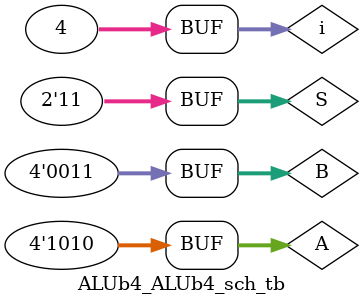
<source format=v>

`timescale 1ns / 1ps

module ALUb4_ALUb4_sch_tb();

// Inputs
   reg [3:0] A;
   reg [3:0] B;
   reg [1:0] S;

// Output
   wire Co;
   wire [3:0] C;

// Bidirs

// Instantiate the UUT
   ALUb4 UUT (
		.A(A), 
		.B(B), 
		.S(S), 
		.Co(Co), 
		.C(C)
   );
// Initialize Inputs
	integer i;
	initial begin
		A = 0;
		B = 0;
		S = 0;
		
		A = 4'b1010;	B = 4'b0111;
		#100;
		B = 4'b0011;
		for ( i=0; i<4; i=i+1 ) begin
			S = i;
			#100;
		end
	
	end
endmodule

</source>
